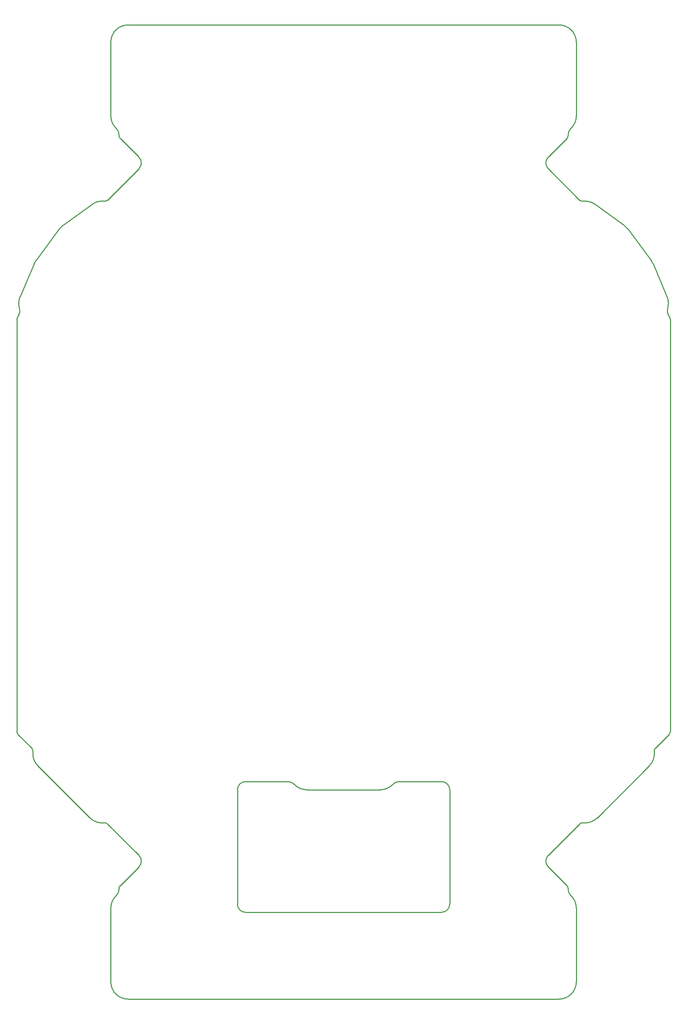
<source format=gbr>
%TF.GenerationSoftware,KiCad,Pcbnew,7.0.10*%
%TF.CreationDate,2024-05-27T11:18:23+02:00*%
%TF.ProjectId,Edurob,45647572-6f62-42e6-9b69-6361645f7063,rev?*%
%TF.SameCoordinates,Original*%
%TF.FileFunction,Profile,NP*%
%FSLAX46Y46*%
G04 Gerber Fmt 4.6, Leading zero omitted, Abs format (unit mm)*
G04 Created by KiCad (PCBNEW 7.0.10) date 2024-05-27 11:18:23*
%MOMM*%
%LPD*%
G01*
G04 APERTURE LIST*
%TA.AperFunction,Profile*%
%ADD10C,0.250000*%
%TD*%
G04 APERTURE END LIST*
D10*
X256999999Y-247000000D02*
G75*
G03*
X255640000Y-243883849I-4249999J0D01*
G01*
X138376555Y-74698948D02*
X131209814Y-79888476D01*
X145000000Y-242417424D02*
X145000000Y-242183766D01*
X226000000Y-246000000D02*
X226000000Y-218000000D01*
X250115187Y-63115187D02*
G75*
G03*
X250115225Y-65943650I1414213J-1414213D01*
G01*
X143000000Y-53000000D02*
X143000000Y-35000000D01*
X147250000Y-30750000D02*
X252750000Y-30750000D01*
X143000001Y-53000000D02*
G75*
G03*
X144360000Y-56116151I4249999J0D01*
G01*
X279358503Y-100172906D02*
G75*
G03*
X279537422Y-101762856I1910997J-589994D01*
G01*
X147250000Y-30750000D02*
G75*
G03*
X143000000Y-35000000I0J-4250000D01*
G01*
X257000000Y-247000000D02*
X257000000Y-265000000D01*
X120133975Y-102332014D02*
X120462578Y-101762856D01*
X255000024Y-242183766D02*
G75*
G03*
X254707107Y-241476659I-1000024J-34D01*
G01*
X280000000Y-203757359D02*
X280000000Y-102832014D01*
X224000000Y-216000000D02*
X213582576Y-216000000D01*
X269717648Y-80807736D02*
G75*
G03*
X268790186Y-79888476I-3420048J-2523064D01*
G01*
X209000000Y-217999999D02*
G75*
G03*
X212116151Y-216640000I0J4249999D01*
G01*
X120000000Y-102832014D02*
X120000000Y-203757359D01*
X130282361Y-80807743D02*
X124721181Y-88346136D01*
X279999992Y-102832014D02*
G75*
G03*
X279866024Y-102332014I-999992J14D01*
G01*
X258631057Y-226079297D02*
G75*
G03*
X262136029Y-224863951I499743J4220497D01*
G01*
X255640012Y-56116164D02*
G75*
G03*
X255000000Y-57582576I1359988J-1466436D01*
G01*
X144360000Y-243883849D02*
G75*
G03*
X143000000Y-247000000I2890000J-3116151D01*
G01*
X186417424Y-216000000D02*
X176000000Y-216000000D01*
X279707107Y-204464466D02*
X276365212Y-207806361D01*
X120133980Y-102332017D02*
G75*
G03*
X120000000Y-102832014I865920J-499983D01*
G01*
X176000000Y-216000000D02*
G75*
G03*
X174000000Y-218000000I0J-2000000D01*
G01*
X120000017Y-203757359D02*
G75*
G03*
X120292893Y-204464466I1000183J59D01*
G01*
X123920731Y-208631061D02*
G75*
G03*
X125136048Y-212136030I4220569J-499739D01*
G01*
X252750000Y-269250000D02*
X147250000Y-269250000D01*
X257000000Y-35000000D02*
X257000000Y-53000000D01*
X176000000Y-248000000D02*
X224000000Y-248000000D01*
X275278819Y-88346136D02*
X269717639Y-80807743D01*
X255640000Y-56116151D02*
G75*
G03*
X257000000Y-53000000I-2890000J3116151D01*
G01*
X142193657Y-226365194D02*
G75*
G03*
X141368938Y-226079257I-707157J-707306D01*
G01*
X274863952Y-212136030D02*
X262136030Y-224863952D01*
X174000000Y-218000000D02*
X174000000Y-246000000D01*
X276365235Y-207806384D02*
G75*
G03*
X276079258Y-208631062I707065J-707116D01*
G01*
X224000000Y-248000000D02*
G75*
G03*
X226000000Y-246000000I0J2000000D01*
G01*
X145000018Y-57816234D02*
G75*
G03*
X145292894Y-58523340I999882J-66D01*
G01*
X261623425Y-74698976D02*
G75*
G03*
X258631061Y-73920733I-2492625J-3442224D01*
G01*
X137863970Y-224863952D02*
X125136048Y-212136030D01*
X209000000Y-218000000D02*
X191000000Y-218000000D01*
X141368943Y-73920700D02*
G75*
G03*
X138376555Y-74698950I-499743J-4220500D01*
G01*
X143000000Y-265000000D02*
X143000000Y-247000000D01*
X124232909Y-89199606D02*
X120794089Y-97249670D01*
X149884776Y-234056349D02*
X142193639Y-226365212D01*
X250115224Y-236884776D02*
X254707107Y-241476659D01*
X250115224Y-65943651D02*
X257806361Y-73634788D01*
X143000000Y-265000000D02*
G75*
G03*
X147250000Y-269250000I4250000J0D01*
G01*
X254999982Y-242417424D02*
G75*
G03*
X255640000Y-243883849I2000018J24D01*
G01*
X255000000Y-242183766D02*
X255000000Y-242417424D01*
X144360009Y-243883859D02*
G75*
G03*
X145000000Y-242417424I-1360109J1466459D01*
G01*
X252750000Y-269250000D02*
G75*
G03*
X257000000Y-265000000I0J4250000D01*
G01*
X213582576Y-215999982D02*
G75*
G03*
X212116151Y-216640000I24J-2000018D01*
G01*
X226000000Y-218000000D02*
G75*
G03*
X224000000Y-216000000I-2000000J0D01*
G01*
X268790186Y-79888476D02*
X261623445Y-74698948D01*
X145292893Y-241476659D02*
X149884776Y-236884776D01*
X279358448Y-100172889D02*
G75*
G03*
X279205910Y-97249670I-4060848J1253689D01*
G01*
X257000000Y-35000000D02*
G75*
G03*
X252750000Y-30750000I-4250000J0D01*
G01*
X145292869Y-241476635D02*
G75*
G03*
X145000000Y-242183766I707331J-707165D01*
G01*
X258631066Y-226079226D02*
G75*
G03*
X257806361Y-226365212I-117566J-993074D01*
G01*
X149884776Y-63115224D02*
X145292893Y-58523341D01*
X141368941Y-73920721D02*
G75*
G03*
X142193639Y-73634788I117659J992921D01*
G01*
X131209821Y-79888485D02*
G75*
G03*
X130282361Y-80807743I2492879J-3442615D01*
G01*
X250115262Y-234056387D02*
G75*
G03*
X250115225Y-236884775I1414138J-1414213D01*
G01*
X137863959Y-224863963D02*
G75*
G03*
X141368938Y-226079257I3005241J3005363D01*
G01*
X123920721Y-208631059D02*
G75*
G03*
X123634788Y-207806361I-992921J117659D01*
G01*
X149884813Y-236884813D02*
G75*
G03*
X149884775Y-234056350I-1414213J1414213D01*
G01*
X187883859Y-216639991D02*
G75*
G03*
X186417424Y-216000000I-1466459J-1360109D01*
G01*
X120462595Y-101762866D02*
G75*
G03*
X120641534Y-100172895I-1731895J999966D01*
G01*
X255000000Y-57582576D02*
X255000000Y-57816234D01*
X142193639Y-73634788D02*
X149884776Y-65943651D01*
X279707127Y-204464486D02*
G75*
G03*
X280000000Y-203757359I-707127J707086D01*
G01*
X257806361Y-226365212D02*
X250115224Y-234056349D01*
X145000000Y-57816234D02*
X145000000Y-57582576D01*
X254707090Y-58523324D02*
G75*
G03*
X255000000Y-57816234I-707090J707124D01*
G01*
X279205911Y-97249670D02*
X275767091Y-89199606D01*
X174000000Y-246000000D02*
G75*
G03*
X176000000Y-248000000I2000000J0D01*
G01*
X254707107Y-58523341D02*
X250115224Y-63115224D01*
X123634788Y-207806361D02*
X120292893Y-204464466D01*
X275767091Y-89199606D02*
G75*
G03*
X275278819Y-88346136I-3908391J-1669594D01*
G01*
X149884738Y-65943613D02*
G75*
G03*
X149884775Y-63115225I-1414138J1414213D01*
G01*
X279537422Y-101762856D02*
X279866025Y-102332014D01*
X274863922Y-212136000D02*
G75*
G03*
X276079256Y-208631062I-3005122J3005200D01*
G01*
X124721181Y-88346136D02*
G75*
G03*
X124232909Y-89199606I3420119J-2523064D01*
G01*
X187883849Y-216640000D02*
G75*
G03*
X191000000Y-218000000I3116151J2890000D01*
G01*
X144999976Y-57582576D02*
G75*
G03*
X144359999Y-56116152I-1999876J76D01*
G01*
X120794079Y-97249666D02*
G75*
G03*
X120641534Y-100172895I3908121J-1669534D01*
G01*
X257806384Y-73634765D02*
G75*
G03*
X258631062Y-73920742I707116J707065D01*
G01*
M02*

</source>
